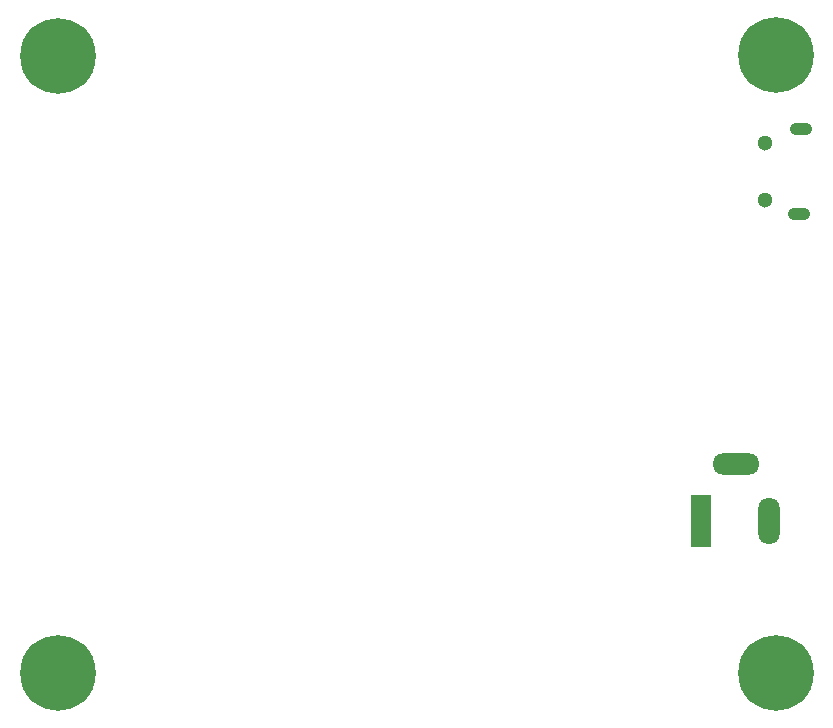
<source format=gbr>
G04 #@! TF.GenerationSoftware,KiCad,Pcbnew,(5.1.10-1-10_14)*
G04 #@! TF.CreationDate,2021-08-28T19:37:01+10:00*
G04 #@! TF.ProjectId,esp32_smart_keezer,65737033-325f-4736-9d61-72745f6b6565,1*
G04 #@! TF.SameCoordinates,Original*
G04 #@! TF.FileFunction,Soldermask,Bot*
G04 #@! TF.FilePolarity,Negative*
%FSLAX46Y46*%
G04 Gerber Fmt 4.6, Leading zero omitted, Abs format (unit mm)*
G04 Created by KiCad (PCBNEW (5.1.10-1-10_14)) date 2021-08-28 19:37:01*
%MOMM*%
%LPD*%
G01*
G04 APERTURE LIST*
%ADD10O,1.900000X1.070000*%
%ADD11C,1.300000*%
%ADD12C,0.800000*%
%ADD13C,6.400000*%
%ADD14O,4.000000X1.800000*%
%ADD15O,1.800000X4.000000*%
%ADD16R,1.800000X4.400000*%
G04 APERTURE END LIST*
D10*
X174050000Y-84800000D03*
X173950000Y-92000000D03*
D11*
X171050000Y-86000000D03*
X171050000Y-90800000D03*
D12*
X112847056Y-129152944D03*
X111150000Y-128450000D03*
X109452944Y-129152944D03*
X108750000Y-130850000D03*
X109452944Y-132547056D03*
X111150000Y-133250000D03*
X112847056Y-132547056D03*
X113550000Y-130850000D03*
D13*
X111150000Y-130850000D03*
D12*
X173647056Y-76852944D03*
X171950000Y-76150000D03*
X170252944Y-76852944D03*
X169550000Y-78550000D03*
X170252944Y-80247056D03*
X171950000Y-80950000D03*
X173647056Y-80247056D03*
X174350000Y-78550000D03*
D13*
X171950000Y-78550000D03*
X171950000Y-130850000D03*
D12*
X174350000Y-130850000D03*
X173647056Y-132547056D03*
X171950000Y-133250000D03*
X170252944Y-132547056D03*
X169550000Y-130850000D03*
X170252944Y-129152944D03*
X171950000Y-128450000D03*
X173647056Y-129152944D03*
X112847056Y-76952944D03*
X111150000Y-76250000D03*
X109452944Y-76952944D03*
X108750000Y-78650000D03*
X109452944Y-80347056D03*
X111150000Y-81050000D03*
X112847056Y-80347056D03*
X113550000Y-78650000D03*
D13*
X111150000Y-78650000D03*
D14*
X168600000Y-113150000D03*
D15*
X171400000Y-117950000D03*
D16*
X165600000Y-117950000D03*
M02*

</source>
